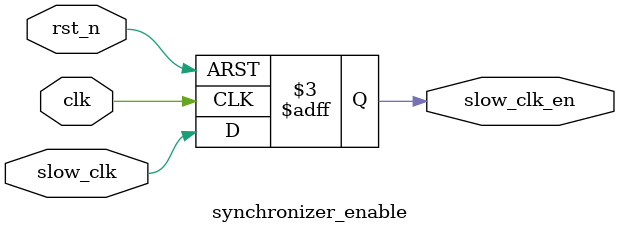
<source format=v>
`timescale 1ns / 1ps



module synchronizer_enable(
    input clk,                
    input rst_n,             
    input slow_clk,           // Slow clock input (1 Hz)
    output reg slow_clk_en    // Slow clock enable signal
);

    always @(posedge clk or negedge rst_n) begin
        if (!rst_n) begin
            slow_clk_en <= 0;
        end else begin
            slow_clk_en <= slow_clk; // Enable on slow clock high
        end
    end

endmodule

</source>
